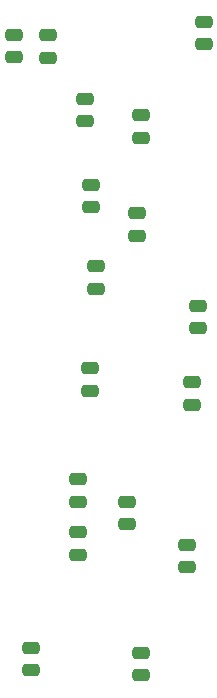
<source format=gbp>
%TF.GenerationSoftware,KiCad,Pcbnew,9.0.4*%
%TF.CreationDate,2025-09-20T10:09:57+02:00*%
%TF.ProjectId,Processor Full Device,50726f63-6573-4736-9f72-2046756c6c20,V0*%
%TF.SameCoordinates,Original*%
%TF.FileFunction,Paste,Bot*%
%TF.FilePolarity,Positive*%
%FSLAX46Y46*%
G04 Gerber Fmt 4.6, Leading zero omitted, Abs format (unit mm)*
G04 Created by KiCad (PCBNEW 9.0.4) date 2025-09-20 10:09:57*
%MOMM*%
%LPD*%
G01*
G04 APERTURE LIST*
G04 Aperture macros list*
%AMRoundRect*
0 Rectangle with rounded corners*
0 $1 Rounding radius*
0 $2 $3 $4 $5 $6 $7 $8 $9 X,Y pos of 4 corners*
0 Add a 4 corners polygon primitive as box body*
4,1,4,$2,$3,$4,$5,$6,$7,$8,$9,$2,$3,0*
0 Add four circle primitives for the rounded corners*
1,1,$1+$1,$2,$3*
1,1,$1+$1,$4,$5*
1,1,$1+$1,$6,$7*
1,1,$1+$1,$8,$9*
0 Add four rect primitives between the rounded corners*
20,1,$1+$1,$2,$3,$4,$5,0*
20,1,$1+$1,$4,$5,$6,$7,0*
20,1,$1+$1,$6,$7,$8,$9,0*
20,1,$1+$1,$8,$9,$2,$3,0*%
G04 Aperture macros list end*
%ADD10RoundRect,0.250000X0.475000X-0.250000X0.475000X0.250000X-0.475000X0.250000X-0.475000X-0.250000X0*%
%ADD11RoundRect,0.250000X-0.475000X0.250000X-0.475000X-0.250000X0.475000X-0.250000X0.475000X0.250000X0*%
G04 APERTURE END LIST*
D10*
%TO.C,C9*%
X13593922Y-6731208D03*
X13593922Y-4831208D03*
%TD*%
%TO.C,C6*%
X12446000Y-37515000D03*
X12446000Y-39415000D03*
%TD*%
D11*
%TO.C,C12*%
X17907000Y-29315001D03*
X17907000Y-27415001D03*
%TD*%
%TO.C,C17*%
X8255000Y-37542000D03*
X8255000Y-35642000D03*
%TD*%
%TO.C,C8*%
X8255000Y-42037000D03*
X8255000Y-40137000D03*
%TD*%
%TO.C,C1*%
X9271000Y-28144000D03*
X9271000Y-26244000D03*
%TD*%
%TO.C,C7*%
X8894000Y-5334000D03*
X8894000Y-3434000D03*
%TD*%
%TO.C,C10*%
X2824000Y116000D03*
X2824000Y2016000D03*
%TD*%
%TO.C,C15*%
X17526000Y-43065000D03*
X17526000Y-41165000D03*
%TD*%
D10*
%TO.C,C16*%
X4322000Y-49895000D03*
X4322000Y-51795000D03*
%TD*%
%TO.C,C5*%
X13241999Y-13129001D03*
X13241999Y-15029001D03*
%TD*%
D11*
%TO.C,C4*%
X18431999Y-22834001D03*
X18431999Y-20934001D03*
%TD*%
%TO.C,C3*%
X9783000Y-19508000D03*
X9783000Y-17608000D03*
%TD*%
%TO.C,C11*%
X5745000Y50000D03*
X5745000Y1950000D03*
%TD*%
%TO.C,C14*%
X18923000Y1193000D03*
X18923000Y3093000D03*
%TD*%
D10*
%TO.C,C2*%
X13581000Y-50342000D03*
X13581000Y-52242000D03*
%TD*%
D11*
%TO.C,C13*%
X9402000Y-12618000D03*
X9402000Y-10718000D03*
%TD*%
M02*

</source>
